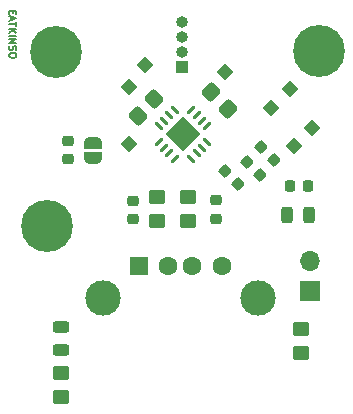
<source format=gbr>
%TF.GenerationSoftware,KiCad,Pcbnew,6.0.0*%
%TF.CreationDate,2022-03-07T01:42:13-06:00*%
%TF.ProjectId,test,74657374-2e6b-4696-9361-645f70636258,rev?*%
%TF.SameCoordinates,Original*%
%TF.FileFunction,Soldermask,Top*%
%TF.FilePolarity,Negative*%
%FSLAX46Y46*%
G04 Gerber Fmt 4.6, Leading zero omitted, Abs format (unit mm)*
G04 Created by KiCad (PCBNEW 6.0.0) date 2022-03-07 01:42:13*
%MOMM*%
%LPD*%
G01*
G04 APERTURE LIST*
G04 Aperture macros list*
%AMRoundRect*
0 Rectangle with rounded corners*
0 $1 Rounding radius*
0 $2 $3 $4 $5 $6 $7 $8 $9 X,Y pos of 4 corners*
0 Add a 4 corners polygon primitive as box body*
4,1,4,$2,$3,$4,$5,$6,$7,$8,$9,$2,$3,0*
0 Add four circle primitives for the rounded corners*
1,1,$1+$1,$2,$3*
1,1,$1+$1,$4,$5*
1,1,$1+$1,$6,$7*
1,1,$1+$1,$8,$9*
0 Add four rect primitives between the rounded corners*
20,1,$1+$1,$2,$3,$4,$5,0*
20,1,$1+$1,$4,$5,$6,$7,0*
20,1,$1+$1,$6,$7,$8,$9,0*
20,1,$1+$1,$8,$9,$2,$3,0*%
%AMRotRect*
0 Rectangle, with rotation*
0 The origin of the aperture is its center*
0 $1 length*
0 $2 width*
0 $3 Rotation angle, in degrees counterclockwise*
0 Add horizontal line*
21,1,$1,$2,0,0,$3*%
%AMFreePoly0*
4,1,22,0.500000,-0.750000,0.000000,-0.750000,0.000000,-0.745033,-0.079941,-0.743568,-0.215256,-0.701293,-0.333266,-0.622738,-0.424486,-0.514219,-0.481581,-0.384460,-0.499164,-0.250000,-0.500000,-0.250000,-0.500000,0.250000,-0.499164,0.250000,-0.499963,0.256109,-0.478152,0.396186,-0.417904,0.524511,-0.324060,0.630769,-0.204165,0.706417,-0.067858,0.745374,0.000000,0.744959,0.000000,0.750000,
0.500000,0.750000,0.500000,-0.750000,0.500000,-0.750000,$1*%
%AMFreePoly1*
4,1,20,0.000000,0.744959,0.073905,0.744508,0.209726,0.703889,0.328688,0.626782,0.421226,0.519385,0.479903,0.390333,0.500000,0.250000,0.500000,-0.250000,0.499851,-0.262216,0.476331,-0.402017,0.414519,-0.529596,0.319384,-0.634700,0.198574,-0.708877,0.061801,-0.746166,0.000000,-0.745033,0.000000,-0.750000,-0.500000,-0.750000,-0.500000,0.750000,0.000000,0.750000,0.000000,0.744959,
0.000000,0.744959,$1*%
G04 Aperture macros list end*
%ADD10C,0.150000*%
%ADD11C,4.400000*%
%ADD12C,0.700000*%
%ADD13RotRect,1.000000X1.000000X45.000000*%
%ADD14R,1.000000X1.000000*%
%ADD15O,1.000000X1.000000*%
%ADD16RoundRect,0.225000X-0.225000X-0.250000X0.225000X-0.250000X0.225000X0.250000X-0.225000X0.250000X0*%
%ADD17RoundRect,0.250000X0.450000X-0.350000X0.450000X0.350000X-0.450000X0.350000X-0.450000X-0.350000X0*%
%ADD18RoundRect,0.225000X-0.250000X0.225000X-0.250000X-0.225000X0.250000X-0.225000X0.250000X0.225000X0*%
%ADD19FreePoly0,90.000000*%
%ADD20FreePoly1,90.000000*%
%ADD21RoundRect,0.250000X-0.450000X0.350000X-0.450000X-0.350000X0.450000X-0.350000X0.450000X0.350000X0*%
%ADD22RoundRect,0.250000X0.070711X-0.565685X0.565685X-0.070711X-0.070711X0.565685X-0.565685X0.070711X0*%
%ADD23RoundRect,0.225000X0.250000X-0.225000X0.250000X0.225000X-0.250000X0.225000X-0.250000X-0.225000X0*%
%ADD24RoundRect,0.225000X0.335876X0.017678X0.017678X0.335876X-0.335876X-0.017678X-0.017678X-0.335876X0*%
%ADD25RoundRect,0.075000X-0.300520X0.194454X0.194454X-0.300520X0.300520X-0.194454X-0.194454X0.300520X0*%
%ADD26RoundRect,0.075000X-0.300520X-0.194454X-0.194454X-0.300520X0.300520X0.194454X0.194454X0.300520X0*%
%ADD27RotRect,2.100000X2.100000X315.000000*%
%ADD28R,1.700000X1.700000*%
%ADD29O,1.700000X1.700000*%
%ADD30RoundRect,0.243750X0.456250X-0.243750X0.456250X0.243750X-0.456250X0.243750X-0.456250X-0.243750X0*%
%ADD31R,1.600000X1.500000*%
%ADD32C,1.600000*%
%ADD33C,3.000000*%
%ADD34RoundRect,0.225000X-0.335876X-0.017678X-0.017678X-0.335876X0.335876X0.017678X0.017678X0.335876X0*%
%ADD35RoundRect,0.243750X0.243750X0.456250X-0.243750X0.456250X-0.243750X-0.456250X0.243750X-0.456250X0*%
%ADD36RoundRect,0.250000X0.565685X0.070711X0.070711X0.565685X-0.565685X-0.070711X-0.070711X-0.565685X0*%
G04 APERTURE END LIST*
D10*
X106817857Y-63228571D02*
X106817857Y-63428571D01*
X106503571Y-63514285D02*
X106503571Y-63228571D01*
X107103571Y-63228571D01*
X107103571Y-63514285D01*
X106675000Y-63742857D02*
X106675000Y-64028571D01*
X106503571Y-63685714D02*
X107103571Y-63885714D01*
X106503571Y-64085714D01*
X107103571Y-64200000D02*
X107103571Y-64542857D01*
X106503571Y-64371428D02*
X107103571Y-64371428D01*
X106503571Y-64742857D02*
X107103571Y-64742857D01*
X106503571Y-65085714D02*
X106846428Y-64828571D01*
X107103571Y-65085714D02*
X106760714Y-64742857D01*
X106503571Y-65342857D02*
X107103571Y-65342857D01*
X106503571Y-65628571D02*
X107103571Y-65628571D01*
X106503571Y-65971428D01*
X107103571Y-65971428D01*
X106532142Y-66228571D02*
X106503571Y-66314285D01*
X106503571Y-66457142D01*
X106532142Y-66514285D01*
X106560714Y-66542857D01*
X106617857Y-66571428D01*
X106675000Y-66571428D01*
X106732142Y-66542857D01*
X106760714Y-66514285D01*
X106789285Y-66457142D01*
X106817857Y-66342857D01*
X106846428Y-66285714D01*
X106875000Y-66257142D01*
X106932142Y-66228571D01*
X106989285Y-66228571D01*
X107046428Y-66257142D01*
X107075000Y-66285714D01*
X107103571Y-66342857D01*
X107103571Y-66485714D01*
X107075000Y-66571428D01*
X107103571Y-66942857D02*
X107103571Y-67057142D01*
X107075000Y-67114285D01*
X107017857Y-67171428D01*
X106903571Y-67200000D01*
X106703571Y-67200000D01*
X106589285Y-67171428D01*
X106532142Y-67114285D01*
X106503571Y-67057142D01*
X106503571Y-66942857D01*
X106532142Y-66885714D01*
X106589285Y-66828571D01*
X106703571Y-66800000D01*
X106903571Y-66800000D01*
X107017857Y-66828571D01*
X107075000Y-66885714D01*
X107103571Y-66942857D01*
D11*
%TO.C,H3*%
X109700000Y-81450000D03*
D12*
X111350000Y-81450000D03*
X110866726Y-82616726D03*
X109700000Y-83100000D03*
X108533274Y-82616726D03*
X108050000Y-81450000D03*
X108533274Y-80283274D03*
X109700000Y-79800000D03*
X110866726Y-80283274D03*
%TD*%
D11*
%TO.C,H2*%
X110425000Y-66700000D03*
D12*
X112075000Y-66700000D03*
X111591726Y-67866726D03*
X110425000Y-68350000D03*
X109258274Y-67866726D03*
X108775000Y-66700000D03*
X109258274Y-65533274D03*
X110425000Y-65050000D03*
X111591726Y-65533274D03*
%TD*%
D11*
%TO.C,H1*%
X132725000Y-66650000D03*
D12*
X134375000Y-66650000D03*
X133891726Y-67816726D03*
X132725000Y-68300000D03*
X131558274Y-67816726D03*
X131075000Y-66650000D03*
X131558274Y-65483274D03*
X132725000Y-65000000D03*
X133891726Y-65483274D03*
%TD*%
D13*
%TO.C,TP18*%
X124800000Y-68400000D03*
%TD*%
D14*
%TO.C,J7*%
X121100000Y-68000000D03*
D15*
X121100000Y-66730000D03*
X121100000Y-65460000D03*
X121100000Y-64190000D03*
%TD*%
D13*
%TO.C,TP11*%
X130600000Y-74650000D03*
%TD*%
%TO.C,TP16*%
X116675000Y-69700000D03*
%TD*%
%TO.C,TP19*%
X118025000Y-67800000D03*
%TD*%
%TO.C,TP15*%
X128675000Y-71475000D03*
%TD*%
D16*
%TO.C,C11*%
X130250000Y-78075000D03*
X131800000Y-78075000D03*
%TD*%
D17*
%TO.C,R3*%
X118975000Y-81000000D03*
X118975000Y-79000000D03*
%TD*%
D18*
%TO.C,C18*%
X111475000Y-74275000D03*
X111475000Y-75825000D03*
%TD*%
D19*
%TO.C,JP5*%
X113625000Y-75700000D03*
D20*
X113625000Y-74400000D03*
%TD*%
D21*
%TO.C,R7*%
X110850000Y-93937500D03*
X110850000Y-95937500D03*
%TD*%
D22*
%TO.C,R6*%
X117367893Y-72107107D03*
X118782107Y-70692893D03*
%TD*%
D13*
%TO.C,TP17*%
X130300000Y-69875000D03*
%TD*%
D23*
%TO.C,C13*%
X116975000Y-80875000D03*
X116975000Y-79325000D03*
%TD*%
D24*
%TO.C,C16*%
X127723008Y-77098008D03*
X126626992Y-76001992D03*
%TD*%
D25*
%TO.C,U2*%
X120515571Y-71621713D03*
X120055951Y-72081332D03*
X119596332Y-72540951D03*
X119136713Y-73000571D03*
D26*
X119136713Y-74379429D03*
X119596332Y-74839049D03*
X120055951Y-75298668D03*
X120515571Y-75758287D03*
D25*
X121894429Y-75758287D03*
X122354049Y-75298668D03*
X122813668Y-74839049D03*
X123273287Y-74379429D03*
D26*
X123273287Y-73000571D03*
X122813668Y-72540951D03*
X122354049Y-72081332D03*
X121894429Y-71621713D03*
D27*
X121205000Y-73690000D03*
%TD*%
D23*
%TO.C,C12*%
X123975000Y-80825000D03*
X123975000Y-79275000D03*
%TD*%
D17*
%TO.C,R2*%
X121675000Y-81000000D03*
X121675000Y-79000000D03*
%TD*%
D28*
%TO.C,SW2*%
X131950000Y-86925000D03*
D29*
X131950000Y-84385000D03*
%TD*%
D30*
%TO.C,D2*%
X110850000Y-91912500D03*
X110850000Y-90037500D03*
%TD*%
D31*
%TO.C,J4*%
X117475000Y-84840000D03*
D32*
X119975000Y-84840000D03*
X121975000Y-84840000D03*
X124475000Y-84840000D03*
D33*
X127545000Y-87550000D03*
X114405000Y-87550000D03*
%TD*%
D17*
%TO.C,R4*%
X131175000Y-92200000D03*
X131175000Y-90200000D03*
%TD*%
D34*
%TO.C,C14*%
X124776992Y-76801992D03*
X125873008Y-77898008D03*
%TD*%
D35*
%TO.C,FB1*%
X131862500Y-80500000D03*
X129987500Y-80500000D03*
%TD*%
D13*
%TO.C,TP12*%
X116625000Y-74550000D03*
%TD*%
D24*
%TO.C,C15*%
X128923008Y-75898008D03*
X127826992Y-74801992D03*
%TD*%
D13*
%TO.C,TP10*%
X132100000Y-73150000D03*
%TD*%
D36*
%TO.C,R5*%
X124982107Y-71557107D03*
X123567893Y-70142893D03*
%TD*%
M02*

</source>
